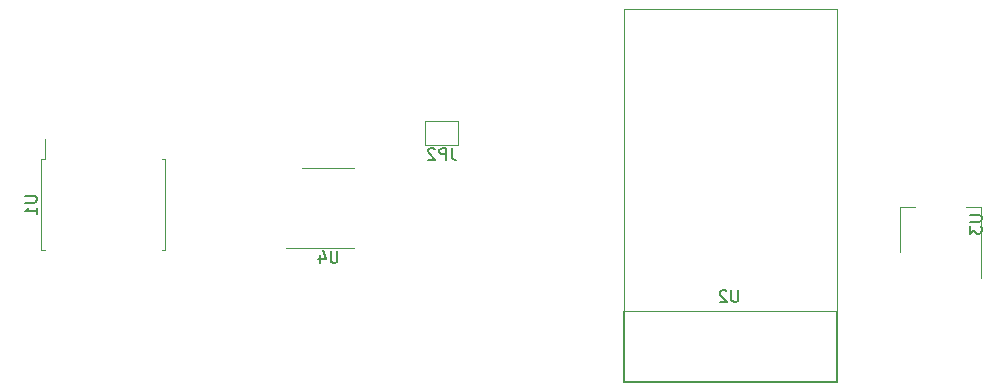
<source format=gbr>
%TF.GenerationSoftware,KiCad,Pcbnew,5.1.6-c6e7f7d~87~ubuntu20.04.1*%
%TF.CreationDate,2021-01-23T09:42:22-03:00*%
%TF.ProjectId,Modulo-completo,4d6f6475-6c6f-42d6-936f-6d706c65746f,rev?*%
%TF.SameCoordinates,Original*%
%TF.FileFunction,Legend,Bot*%
%TF.FilePolarity,Positive*%
%FSLAX46Y46*%
G04 Gerber Fmt 4.6, Leading zero omitted, Abs format (unit mm)*
G04 Created by KiCad (PCBNEW 5.1.6-c6e7f7d~87~ubuntu20.04.1) date 2021-01-23 09:42:22*
%MOMM*%
%LPD*%
G01*
G04 APERTURE LIST*
%ADD10C,0.120000*%
%ADD11C,0.050000*%
%ADD12C,0.150000*%
G04 APERTURE END LIST*
D10*
%TO.C,U1*%
X29548000Y-139132000D02*
X29548000Y-139232000D01*
X29548000Y-139232000D02*
X29848000Y-139232000D01*
X40048000Y-139132000D02*
X40048000Y-139232000D01*
X40048000Y-139232000D02*
X39748000Y-139232000D01*
X40048000Y-139232000D02*
X40048000Y-131532000D01*
X40048000Y-131532000D02*
X39748000Y-131532000D01*
X29548000Y-139232000D02*
X29548000Y-131532000D01*
X29548000Y-131632000D02*
X29548000Y-131532000D01*
X29548000Y-131532000D02*
X29848000Y-131532000D01*
X29848000Y-131532000D02*
X29848000Y-129832000D01*
%TO.C,U4*%
X53848000Y-132251000D02*
X56048000Y-132251000D01*
X53848000Y-132251000D02*
X51648000Y-132251000D01*
X53848000Y-139021000D02*
X56048000Y-139021000D01*
X53848000Y-139021000D02*
X50248000Y-139021000D01*
%TO.C,U3*%
X102254000Y-135606000D02*
X103514000Y-135606000D01*
X109074000Y-135606000D02*
X107814000Y-135606000D01*
X102254000Y-139366000D02*
X102254000Y-135606000D01*
X109074000Y-141616000D02*
X109074000Y-135606000D01*
%TO.C,JP2*%
X62063000Y-128323000D02*
X62063000Y-130323000D01*
X64863000Y-128323000D02*
X62063000Y-128323000D01*
X64863000Y-130323000D02*
X64863000Y-128323000D01*
X62063000Y-130323000D02*
X64863000Y-130323000D01*
D11*
%TO.C,U2*%
X96884000Y-118814000D02*
X78884000Y-118814000D01*
X96884000Y-144344000D02*
X96884000Y-118814000D01*
X78884000Y-144344000D02*
X96884000Y-144344000D01*
X78884000Y-118814000D02*
X78884000Y-144344000D01*
D12*
X78867000Y-144399000D02*
X78867000Y-150368000D01*
X96901000Y-144399000D02*
X96901000Y-150368000D01*
X96901000Y-150368000D02*
X78867000Y-150368000D01*
%TO.C,U1*%
X28150380Y-134620095D02*
X28959904Y-134620095D01*
X29055142Y-134667714D01*
X29102761Y-134715333D01*
X29150380Y-134810571D01*
X29150380Y-135001047D01*
X29102761Y-135096285D01*
X29055142Y-135143904D01*
X28959904Y-135191523D01*
X28150380Y-135191523D01*
X29150380Y-136191523D02*
X29150380Y-135620095D01*
X29150380Y-135905809D02*
X28150380Y-135905809D01*
X28293238Y-135810571D01*
X28388476Y-135715333D01*
X28436095Y-135620095D01*
%TO.C,U4*%
X54609904Y-139288380D02*
X54609904Y-140097904D01*
X54562285Y-140193142D01*
X54514666Y-140240761D01*
X54419428Y-140288380D01*
X54228952Y-140288380D01*
X54133714Y-140240761D01*
X54086095Y-140193142D01*
X54038476Y-140097904D01*
X54038476Y-139288380D01*
X53133714Y-139621714D02*
X53133714Y-140288380D01*
X53371809Y-139240761D02*
X53609904Y-139955047D01*
X52990857Y-139955047D01*
%TO.C,U3*%
X108164380Y-136246095D02*
X108973904Y-136246095D01*
X109069142Y-136293714D01*
X109116761Y-136341333D01*
X109164380Y-136436571D01*
X109164380Y-136627047D01*
X109116761Y-136722285D01*
X109069142Y-136769904D01*
X108973904Y-136817523D01*
X108164380Y-136817523D01*
X108164380Y-137198476D02*
X108164380Y-137817523D01*
X108545333Y-137484190D01*
X108545333Y-137627047D01*
X108592952Y-137722285D01*
X108640571Y-137769904D01*
X108735809Y-137817523D01*
X108973904Y-137817523D01*
X109069142Y-137769904D01*
X109116761Y-137722285D01*
X109164380Y-137627047D01*
X109164380Y-137341333D01*
X109116761Y-137246095D01*
X109069142Y-137198476D01*
%TO.C,JP2*%
X64296333Y-130575380D02*
X64296333Y-131289666D01*
X64343952Y-131432523D01*
X64439190Y-131527761D01*
X64582047Y-131575380D01*
X64677285Y-131575380D01*
X63820142Y-131575380D02*
X63820142Y-130575380D01*
X63439190Y-130575380D01*
X63343952Y-130623000D01*
X63296333Y-130670619D01*
X63248714Y-130765857D01*
X63248714Y-130908714D01*
X63296333Y-131003952D01*
X63343952Y-131051571D01*
X63439190Y-131099190D01*
X63820142Y-131099190D01*
X62867761Y-130670619D02*
X62820142Y-130623000D01*
X62724904Y-130575380D01*
X62486809Y-130575380D01*
X62391571Y-130623000D01*
X62343952Y-130670619D01*
X62296333Y-130765857D01*
X62296333Y-130861095D01*
X62343952Y-131003952D01*
X62915380Y-131575380D01*
X62296333Y-131575380D01*
%TO.C,U2*%
X88545904Y-142596380D02*
X88545904Y-143405904D01*
X88498285Y-143501142D01*
X88450666Y-143548761D01*
X88355428Y-143596380D01*
X88164952Y-143596380D01*
X88069714Y-143548761D01*
X88022095Y-143501142D01*
X87974476Y-143405904D01*
X87974476Y-142596380D01*
X87545904Y-142691619D02*
X87498285Y-142644000D01*
X87403047Y-142596380D01*
X87164952Y-142596380D01*
X87069714Y-142644000D01*
X87022095Y-142691619D01*
X86974476Y-142786857D01*
X86974476Y-142882095D01*
X87022095Y-143024952D01*
X87593523Y-143596380D01*
X86974476Y-143596380D01*
%TD*%
M02*

</source>
